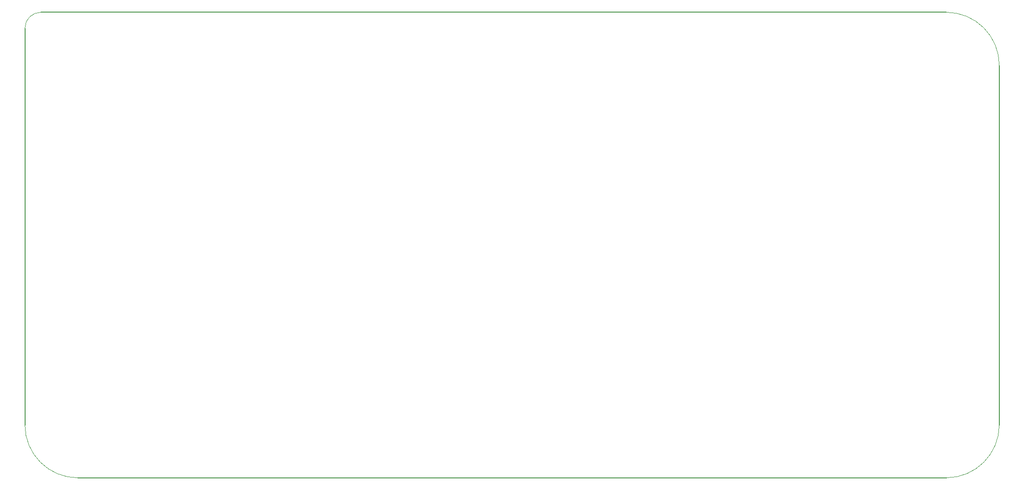
<source format=gbr>
G04 #@! TF.GenerationSoftware,KiCad,Pcbnew,5.1.9-73d0e3b20d~88~ubuntu18.04.1*
G04 #@! TF.CreationDate,2021-03-09T23:09:17-06:00*
G04 #@! TF.ProjectId,keyboard,6b657962-6f61-4726-942e-6b696361645f,rev?*
G04 #@! TF.SameCoordinates,Original*
G04 #@! TF.FileFunction,Profile,NP*
%FSLAX46Y46*%
G04 Gerber Fmt 4.6, Leading zero omitted, Abs format (unit mm)*
G04 Created by KiCad (PCBNEW 5.1.9-73d0e3b20d~88~ubuntu18.04.1) date 2021-03-09 23:09:17*
%MOMM*%
%LPD*%
G01*
G04 APERTURE LIST*
G04 #@! TA.AperFunction,Profile*
%ADD10C,0.120000*%
G04 #@! TD*
G04 #@! TA.AperFunction,Profile*
%ADD11C,0.200000*%
G04 #@! TD*
G04 APERTURE END LIST*
D10*
X30000000Y-33000000D02*
G75*
G02*
X33000000Y-30000000I3000000J0D01*
G01*
X204000000Y-30000000D02*
G75*
G02*
X214000000Y-40000000I0J-10000000D01*
G01*
X214000000Y-108000000D02*
G75*
G02*
X204000000Y-118000000I-10000000J0D01*
G01*
X40000000Y-118000000D02*
G75*
G02*
X30000000Y-108000000I0J10000000D01*
G01*
D11*
X33000000Y-30000000D02*
X204000000Y-30000000D01*
X214000000Y-40000000D02*
X214000000Y-108000000D01*
X204000000Y-118000000D02*
X40000000Y-118000000D01*
X30000000Y-108000000D02*
X30000000Y-33000000D01*
M02*

</source>
